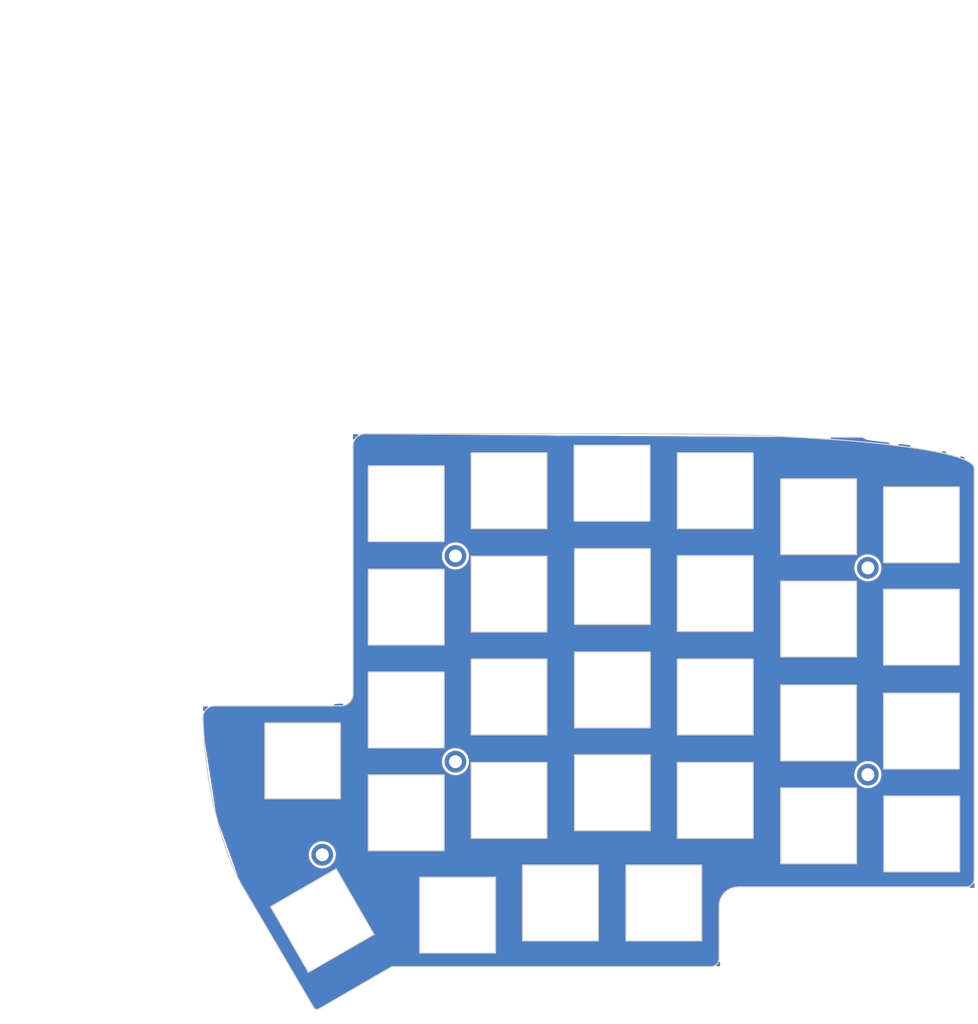
<source format=kicad_pcb>
(kicad_pcb (version 20240108) (generator "pcbnew") (generator_version "8.0")
  (layers (0 "F.Cu" signal) (31 "B.Cu" signal) (34 "B.Paste" user) (35 "F.Paste" user) (36 "B.SilkS" user "B.Silkscreen") (37 "F.SilkS" user "F.Silkscreen") (38 "B.Mask" user) (39 "F.Mask" user) (44 "Edge.Cuts" user))
  (net 0 "")
  (footprint "Lily58-footprint:M2_HOLE_PCB" (layer "F.Cu") (at 129.6 57.7)
    (property "Reference" "REF**" (hide yes))
    (property "Value" "M2_HOLE_PCB")
    (pad "" thru_hole circle (at 0 0) (size 4 4) (drill 2.4) (layers "*.Cu" "*.Mask"))
  )
  (footprint "Lily58-footprint:M2_HOLE_PCB" (layer "F.Cu") (at 205.8 59.9)
    (property "Reference" "REF**" (hide yes))
    (property "Value" "M2_HOLE_PCB")
    (pad "" thru_hole circle (at 0 0) (size 4 4) (drill 2.4) (layers "*.Cu" "*.Mask"))
  )
  (footprint "Lily58-footprint:M2_HOLE_PCB" (layer "F.Cu") (at 205.8 98.1)
    (property "Reference" "REF**" (hide yes))
    (property "Value" "M2_HOLE_PCB")
    (pad "" thru_hole circle (at 0 0) (size 4 4) (drill 2.4) (layers "*.Cu" "*.Mask"))
  )
  (footprint "Lily58-footprint:M2_HOLE_PCB" (layer "F.Cu") (at 129.6 95.7)
    (property "Reference" "REF**" (hide yes))
    (property "Value" "M2_HOLE_PCB")
    (pad "" thru_hole circle (at 0 0) (size 4 4) (drill 2.4) (layers "*.Cu" "*.Mask"))
  )
  (footprint "Lily58-footprint:M2_HOLE_PCB" (layer "F.Cu") (at 105 112.9)
    (property "Reference" "REF**" (hide yes))
    (property "Value" "M2_HOLE_PCB")
    (pad "" thru_hole circle (at 0 0) (size 4 4) (drill 2.4) (layers "*.Cu" "*.Mask"))
  )
  (gr_line (start 199.805571 36.219338) (end 197.443967 36.054257) (stroke (width 0.2)) (layer "Edge.Cuts"))
  (gr_line (start 110.507703 84.050253) (end 110.635773 83.637157) (stroke (width 0.2)) (layer "Edge.Cuts"))
  (gr_line (start 101.762522 138.311799) (end 103.444199 141.173326) (stroke (width 0.2)) (layer "Edge.Cuts"))
  (gr_line (start 83.898784 85.765395) (end 83.574355 86.032485) (stroke (width 0.2)) (layer "Edge.Cuts"))
  (gr_line (start 85.007376 104.155507) (end 85.298217 105.265772) (stroke (width 0.2)) (layer "Edge.Cuts"))
  (gr_line (start 117.861089 133.560508) (end 176.817264 133.560508) (stroke (width 0.2)) (layer "Edge.Cuts"))
  (gr_line (start 222.700108 83.050541) (end 222.700108 97.050562) (stroke (width 0.2)) (layer "Edge.Cuts"))
  (gr_line (start 132.500088 90.750611) (end 132.500088 76.75059) (stroke (width 0.2)) (layer "Edge.Cuts"))
  (gr_line (start 112.833147 136.469911) (end 114.508841 135.499772) (stroke (width 0.2)) (layer "Edge.Cuts"))
  (gr_line (start 178.388307 121.63276) (end 178.59209 120.975562) (stroke (width 0.2)) (layer "Edge.Cuts"))
  (gr_line (start 151.598813 108.448529) (end 151.598813 94.448508) (stroke (width 0.2)) (layer "Edge.Cuts"))
  (gr_line (start 225.340133 117.922737) (end 225.201917 118.177545) (stroke (width 0.2)) (layer "Edge.Cuts"))
  (gr_line (start 189.698731 62.349542) (end 203.698925 62.349542) (stroke (width 0.2)) (layer "Edge.Cuts"))
  (gr_line (start 132.499196 57.749611) (end 146.49939 57.749611) (stroke (width 0.2)) (layer "Edge.Cuts"))
  (gr_line (start 111.157452 137.44005) (end 112.833147 136.469911) (stroke (width 0.2)) (layer "Edge.Cuts"))
  (gr_line (start 89.692772 117.718169) (end 89.842011 117.999639) (stroke (width 0.2)) (layer "Edge.Cuts"))
  (gr_line (start 155.999226 114.798944) (end 155.999226 128.798965) (stroke (width 0.2)) (layer "Edge.Cuts"))
  (gr_line (start 195.006317 35.901446) (end 192.496266 35.761303) (stroke (width 0.2)) (layer "Edge.Cuts"))
  (gr_line (start 208.74869 102.049227) (end 222.748884 102.049227) (stroke (width 0.2)) (layer "Edge.Cuts"))
  (gr_line (start 122.998474 117.049379) (end 136.998669 117.049379) (stroke (width 0.2)) (layer "Edge.Cuts"))
  (gr_line (start 184.598166 57.649067) (end 184.598166 71.649088) (stroke (width 0.2)) (layer "Edge.Cuts"))
  (gr_line (start 96.717492 129.727218) (end 98.399169 132.588745) (stroke (width 0.2)) (layer "Edge.Cuts"))
  (gr_line (start 111.3243 35.779605) (end 111.055818 36.105136) (stroke (width 0.2)) (layer "Edge.Cuts"))
  (gr_line (start 89.842011 117.999639) (end 89.99125 118.28111) (stroke (width 0.2)) (layer "Edge.Cuts"))
  (gr_line (start 197.443967 36.054257) (end 195.006317 35.901446) (stroke (width 0.2)) (layer "Edge.Cuts"))
  (gr_line (start 222.69822 77.848175) (end 208.697755 77.848175) (stroke (width 0.2)) (layer "Edge.Cuts"))
  (gr_line (start 91.672462 121.142637) (end 93.354139 124.004164) (stroke (width 0.2)) (layer "Edge.Cuts"))
  (gr_line (start 220.887236 39.012696) (end 219.722329 38.731375) (stroke (width 0.2)) (layer "Edge.Cuts"))
  (gr_line (start 83.433777 94.603198) (end 83.620498 96.065389) (stroke (width 0.2)) (layer "Edge.Cuts"))
  (gr_line (start 203.699937 114.548326) (end 189.699743 114.548326) (stroke (width 0.2)) (layer "Edge.Cuts"))
  (gr_line (start 113.498895 41.049147) (end 127.499089 41.049147) (stroke (width 0.2)) (layer "Edge.Cuts"))
  (gr_line (start 111.649772 35.511076) (end 111.3243 35.779605) (stroke (width 0.2)) (layer "Edge.Cuts"))
  (gr_line (start 94.399278 102.549392) (end 94.399278 88.549371) (stroke (width 0.2)) (layer "Edge.Cuts"))
  (gr_line (start 203.698925 62.349542) (end 203.698925 76.349563) (stroke (width 0.2)) (layer "Edge.Cuts"))
  (gr_line (start 88.480816 115.138077) (end 88.709186 115.642364) (stroke (width 0.2)) (layer "Edge.Cuts"))
  (gr_line (start 189.699743 114.548326) (end 189.699743 100.548305) (stroke (width 0.2)) (layer "Edge.Cuts"))
  (gr_line (start 86.170742 108.596569) (end 86.469914 109.515254) (stroke (width 0.2)) (layer "Edge.Cuts"))
  (gr_line (start 136.998669 131.0494) (end 136.998669 131.0494) (stroke (width 0.2)) (layer "Edge.Cuts"))
  (gr_line (start 109.337416 85.220748) (end 109.711069 85.018031) (stroke (width 0.2)) (layer "Edge.Cuts"))
  (gr_line (start 94.399278 88.549371) (end 108.351468 88.549371) (stroke (width 0.2)) (layer "Edge.Cuts"))
  (gr_line (start 222.69822 58.949338) (end 208.697755 58.949338) (stroke (width 0.2)) (layer "Edge.Cuts"))
  (gr_line (start 89.394295 117.155227) (end 89.543534 117.436698) (stroke (width 0.2)) (layer "Edge.Cuts"))
  (gr_line (start 85.298217 105.265772) (end 85.589059 106.376038) (stroke (width 0.2)) (layer "Edge.Cuts"))
  (gr_line (start 87.367427 112.271308) (end 87.645775 112.988) (stroke (width 0.2)) (layer "Edge.Cuts"))
  (gr_line (start 127.499089 112.150571) (end 113.498895 112.150571) (stroke (width 0.2)) (layer "Edge.Cuts"))
  (gr_line (start 203.700067 57.449463) (end 189.699873 57.449463) (stroke (width 0.2)) (layer "Edge.Cuts"))
  (gr_line (start 146.49939 52.648874) (end 132.499196 52.648874) (stroke (width 0.2)) (layer "Edge.Cuts"))
  (gr_line (start 202.087487 36.396291) (end 199.805571 36.219338) (stroke (width 0.2)) (layer "Edge.Cuts"))
  (gr_line (start 222.748884 116.049248) (end 208.74869 116.049248) (stroke (width 0.2)) (layer "Edge.Cuts"))
  (gr_line (start 189.684858 95.549381) (end 189.684858 81.54936) (stroke (width 0.2)) (layer "Edge.Cuts"))
  (gr_line (start 114.508841 135.499772) (end 116.184535 134.529634) (stroke (width 0.2)) (layer "Edge.Cuts"))
  (gr_line (start 107.561744 115.486642) (end 114.561755 127.611016) (stroke (width 0.2)) (layer "Edge.Cuts"))
  (gr_line (start 208.699914 83.050541) (end 222.700108 83.050541) (stroke (width 0.2)) (layer "Edge.Cuts"))
  (gr_line (start 179.3418 119.86312) (end 179.859689 119.435914) (stroke (width 0.2)) (layer "Edge.Cuts"))
  (gr_line (start 165.600149 89.448314) (end 165.600149 89.448314) (stroke (width 0.2)) (layer "Edge.Cuts"))
  (gr_line (start 84.687607 85.437666) (end 84.272627 85.564361) (stroke (width 0.2)) (layer "Edge.Cuts"))
  (gr_line (start 127.499089 112.150571) (end 127.499089 112.150571) (stroke (width 0.2)) (layer "Edge.Cuts"))
  (gr_line (start 146.500282 76.75059) (end 146.500282 90.750611) (stroke (width 0.2)) (layer "Edge.Cuts"))
  (gr_line (start 85.589059 106.376038) (end 85.879901 107.486303) (stroke (width 0.2)) (layer "Edge.Cuts"))
  (gr_line (start 218.437661 38.457556) (end 217.036875 38.191634) (stroke (width 0.2)) (layer "Edge.Cuts"))
  (gr_line (start 178.286817 132.363004) (end 178.199481 132.64466) (stroke (width 0.2)) (layer "Edge.Cuts"))
  (gr_line (start 170.603903 52.648874) (end 170.603903 38.648853) (stroke (width 0.2)) (layer "Edge.Cuts"))
  (gr_line (start 112.880028 35.135611) (end 112.436447 35.180267) (stroke (width 0.2)) (layer "Edge.Cuts"))
  (gr_line (start 83.247055 93.141007) (end 83.433777 94.603198) (stroke (width 0.2)) (layer "Edge.Cuts"))
  (gr_line (start 179.859689 119.435914) (end 180.454242 119.11341) (stroke (width 0.2)) (layer "Edge.Cuts"))
  (gr_line (start 225.157677 40.835884) (end 224.787842 40.517904) (stroke (width 0.2)) (layer "Edge.Cuts"))
  (gr_line (start 225.382249 41.158584) (end 225.157677 40.835884) (stroke (width 0.2)) (layer "Edge.Cuts"))
  (gr_line (start 132.499196 71.749632) (end 132.499196 57.749611) (stroke (width 0.2)) (layer "Edge.Cuts"))
  (gr_line (start 110.635773 83.637157) (end 110.68042 83.193496) (stroke (width 0.2)) (layer "Edge.Cuts"))
  (gr_line (start 224.260412 118.808137) (end 223.957916 118.838584) (stroke (width 0.2)) (layer "Edge.Cuts"))
  (gr_line (start 108.351468 102.549392) (end 94.399278 102.549392) (stroke (width 0.2)) (layer "Edge.Cuts"))
  (gr_line (start 165.529285 51.259497) (end 165.529285 51.259497) (stroke (width 0.2)) (layer "Edge.Cuts"))
  (gr_line (start 83.106839 86.731697) (end 82.980305 87.147252) (stroke (width 0.2)) (layer "Edge.Cuts"))
  (gr_line (start 208.418675 36.994411) (end 206.397682 36.784225) (stroke (width 0.2)) (layer "Edge.Cuts"))
  (gr_line (start 222.69822 63.850249) (end 222.69822 77.848175) (stroke (width 0.2)) (layer "Edge.Cuts"))
  (gr_line (start 132.500088 76.75059) (end 146.500282 76.75059) (stroke (width 0.2)) (layer "Edge.Cuts"))
  (gr_line (start 95.035815 126.865691) (end 96.717492 129.727218) (stroke (width 0.2)) (layer "Edge.Cuts"))
  (gr_line (start 208.697755 44.948872) (end 222.69822 44.948872) (stroke (width 0.2)) (layer "Edge.Cuts"))
  (gr_line (start 111.055818 36.105136) (end 110.853137 36.478855) (stroke (width 0.2)) (layer "Edge.Cuts"))
  (gr_line (start 177.878177 133.121421) (end 177.656225 133.304509) (stroke (width 0.2)) (layer "Edge.Cuts"))
  (gr_line (start 109.481758 138.410189) (end 111.157452 137.44005) (stroke (width 0.2)) (layer "Edge.Cuts"))
  (gr_line (start 108.924394 85.34884) (end 109.337416 85.220748) (stroke (width 0.2)) (layer "Edge.Cuts"))
  (gr_line (start 224.787842 40.517904) (end 224.276387 40.20504) (stroke (width 0.2)) (layer "Edge.Cuts"))
  (gr_line (start 113.498895 98.15055) (end 127.499089 98.15055) (stroke (width 0.2)) (layer "Edge.Cuts"))
  (gr_line (start 173.204655 35.168364) (end 170.246534 35.143866) (stroke (width 0.2)) (layer "Edge.Cuts"))
  (gr_line (start 146.49939 52.648874) (end 146.49939 52.648874) (stroke (width 0.2)) (layer "Edge.Cuts"))
  (gr_line (start 113.499912 60.150456) (end 127.500106 60.150456) (stroke (width 0.2)) (layer "Edge.Cuts"))
  (gr_line (start 180.454242 119.11341) (end 181.11144 118.909627) (stroke (width 0.2)) (layer "Edge.Cuts"))
  (gr_line (start 170.600006 76.748342) (end 184.6002 76.748342) (stroke (width 0.2)) (layer "Edge.Cuts"))
  (gr_line (start 86.469914 109.515254) (end 86.769085 110.433938) (stroke (width 0.2)) (layer "Edge.Cuts"))
  (gr_line (start 189.699873 57.449463) (end 189.699873 43.449442) (stroke (width 0.2)) (layer "Edge.Cuts"))
  (gr_line (start 165.599007 94.448508) (end 165.599007 108.448529) (stroke (width 0.2)) (layer "Edge.Cuts"))
  (gr_line (start 165.600149 70.350095) (end 165.600149 70.350095) (stroke (width 0.2)) (layer "Edge.Cuts"))
  (gr_line (start 83.307614 86.357346) (end 83.106839 86.731697) (stroke (width 0.2)) (layer "Edge.Cuts"))
  (gr_line (start 146.500282 90.750611) (end 146.500282 90.750611) (stroke (width 0.2)) (layer "Edge.Cuts"))
  (gr_line (start 203.685052 81.54936) (end 203.685052 95.549381) (stroke (width 0.2)) (layer "Edge.Cuts"))
  (gr_line (start 85.135449 85.393594) (end 84.687607 85.437666) (stroke (width 0.2)) (layer "Edge.Cuts"))
  (gr_line (start 146.49939 38.648853) (end 146.49939 52.648874) (stroke (width 0.2)) (layer "Edge.Cuts"))
  (gr_line (start 203.698925 76.349563) (end 203.698925 76.349563) (stroke (width 0.2)) (layer "Edge.Cuts"))
  (gr_line (start 146.500282 109.849122) (end 132.500088 109.849122) (stroke (width 0.2)) (layer "Edge.Cuts"))
  (gr_line (start 146.500282 95.849101) (end 146.500282 109.849122) (stroke (width 0.2)) (layer "Edge.Cuts"))
  (gr_line (start 110.036541 84.749502) (end 110.305023 84.423972) (stroke (width 0.2)) (layer "Edge.Cuts"))
  (gr_line (start 165.600149 75.448293) (end 165.600149 89.448314) (stroke (width 0.2)) (layer "Edge.Cuts"))
  (gr_line (start 161.099535 114.8) (end 175.1 114.8) (stroke (width 0.2)) (layer "Edge.Cuts"))
  (gr_line (start 107.806063 139.380328) (end 109.481758 138.410189) (stroke (width 0.2)) (layer "Edge.Cuts"))
  (gr_line (start 127.499089 79.147625) (end 127.499089 93.147646) (stroke (width 0.2)) (layer "Edge.Cuts"))
  (gr_line (start 146.49939 57.749611) (end 146.49939 71.749632) (stroke (width 0.2)) (layer "Edge.Cuts"))
  (gr_line (start 132.499196 52.648874) (end 132.499196 38.648853) (stroke (width 0.2)) (layer "Edge.Cuts"))
  (gr_line (start 104.022958 141.472149) (end 104.146472 141.461525) (stroke (width 0.2)) (layer "Edge.Cuts"))
  (gr_line (start 110.853137 36.478855) (end 110.725068 36.89195) (stroke (width 0.2)) (layer "Edge.Cuts"))
  (gr_line (start 95.43722 122.486739) (end 107.561744 115.486642) (stroke (width 0.2)) (layer "Edge.Cuts"))
  (gr_line (start 151.599955 56.350074) (end 165.600149 56.350074) (stroke (width 0.2)) (layer "Edge.Cuts"))
  (gr_line (start 103.444199 141.173326) (end 103.539842 141.291766) (stroke (width 0.2)) (layer "Edge.Cuts"))
  (gr_line (start 102.437231 134.611113) (end 95.43722 122.486739) (stroke (width 0.2)) (layer "Edge.Cuts"))
  (gr_line (start 222.748884 116.049248) (end 222.748884 116.049248) (stroke (width 0.2)) (layer "Edge.Cuts"))
  (gr_line (start 151.599955 70.350095) (end 151.599955 56.350074) (stroke (width 0.2)) (layer "Edge.Cuts"))
  (gr_line (start 208.74869 116.049248) (end 208.74869 102.049227) (stroke (width 0.2)) (layer "Edge.Cuts"))
  (gr_line (start 108.351468 102.549392) (end 108.351468 102.549392) (stroke (width 0.2)) (layer "Edge.Cuts"))
  (gr_line (start 165.600149 89.448314) (end 151.599955 89.448314) (stroke (width 0.2)) (layer "Edge.Cuts"))
  (gr_line (start 208.699914 97.050562) (end 208.699914 83.050541) (stroke (width 0.2)) (layer "Edge.Cuts"))
  (gr_line (start 165.600149 70.350095) (end 151.599955 70.350095) (stroke (width 0.2)) (layer "Edge.Cuts"))
  (gr_line (start 225.457916 41.485605) (end 225.382249 41.158584) (stroke (width 0.2)) (layer "Edge.Cuts"))
  (gr_line (start 178.317264 122.338584) (end 178.388307 121.63276) (stroke (width 0.2)) (layer "Edge.Cuts"))
  (gr_line (start 83.574355 86.032485) (end 83.307614 86.357346) (stroke (width 0.2)) (layer "Edge.Cuts"))
  (gr_line (start 155.999226 128.798965) (end 155.999226 128.798965) (stroke (width 0.2)) (layer "Edge.Cuts"))
  (gr_line (start 127.499089 55.049168) (end 127.499089 55.049168) (stroke (width 0.2)) (layer "Edge.Cuts"))
  (gr_line (start 110.305023 84.423972) (end 110.507703 84.050253) (stroke (width 0.2)) (layer "Edge.Cuts"))
  (gr_line (start 222.748884 102.049227) (end 222.748884 116.049248) (stroke (width 0.2)) (layer "Edge.Cuts"))
  (gr_line (start 177.11976 133.530061) (end 176.817264 133.560508) (stroke (width 0.2)) (layer "Edge.Cuts"))
  (gr_line (start 203.700067 43.449442) (end 203.700067 57.449463) (stroke (width 0.2)) (layer "Edge.Cuts"))
  (gr_line (start 108.480812 85.393496) (end 108.924394 85.34884) (stroke (width 0.2)) (layer "Edge.Cuts"))
  (gr_line (start 114.561755 127.611016) (end 102.437231 134.611113) (stroke (width 0.2)) (layer "Edge.Cuts"))
  (gr_line (start 83.091669 90.368368) (end 83.169362 91.754688) (stroke (width 0.2)) (layer "Edge.Cuts"))
  (gr_line (start 161.099535 128.800465) (end 161.099535 124.372747) (stroke (width 0.2)) (layer "Edge.Cuts"))
  (gr_line (start 222.700108 97.050562) (end 222.700108 97.050562) (stroke (width 0.2)) (layer "Edge.Cuts"))
  (gr_line (start 132.500088 109.849122) (end 132.500088 95.849101) (stroke (width 0.2)) (layer "Edge.Cuts"))
  (gr_line (start 127.500106 60.150456) (end 127.500106 74.150477) (stroke (width 0.2)) (layer "Edge.Cuts"))
  (gr_line (start 87.645775 112.988) (end 87.924122 113.704692) (stroke (width 0.2)) (layer "Edge.Cuts"))
  (gr_line (start 110.725068 36.89195) (end 110.68042 37.335611) (stroke (width 0.2)) (layer "Edge.Cuts"))
  (gr_line (start 93.354139 124.004164) (end 95.035815 126.865691) (stroke (width 0.2)) (layer "Edge.Cuts"))
  (gr_line (start 225.457916 41.485605) (end 225.457916 117.338584) (stroke (width 0.2)) (layer "Edge.Cuts"))
  (gr_line (start 89.543534 117.436698) (end 89.692772 117.718169) (stroke (width 0.2)) (layer "Edge.Cuts"))
  (gr_line (start 108.351468 88.549371) (end 108.351468 102.549392) (stroke (width 0.2)) (layer "Edge.Cuts"))
  (gr_line (start 175.1 128.800465) (end 161.099535 128.800465) (stroke (width 0.2)) (layer "Edge.Cuts"))
  (gr_line (start 184.604097 52.648874) (end 184.604097 52.648874) (stroke (width 0.2)) (layer "Edge.Cuts"))
  (gr_line (start 83.993942 98.98977) (end 84.2473 100.281204) (stroke (width 0.2)) (layer "Edge.Cuts"))
  (gr_line (start 113.498895 79.147625) (end 127.499089 79.147625) (stroke (width 0.2)) (layer "Edge.Cuts"))
  (gr_line (start 127.499089 98.15055) (end 127.499089 112.150571) (stroke (width 0.2)) (layer "Edge.Cuts"))
  (gr_line (start 225.018829 118.399497) (end 224.796877 118.582586) (stroke (width 0.2)) (layer "Edge.Cuts"))
  (gr_line (start 170.603903 38.648853) (end 184.604097 38.648853) (stroke (width 0.2)) (layer "Edge.Cuts"))
  (gr_line (start 213.90152 37.685076) (end 212.174237 37.445233) (stroke (width 0.2)) (layer "Edge.Cuts"))
  (gr_line (start 146.500282 109.849122) (end 146.500282 109.849122) (stroke (width 0.2)) (layer "Edge.Cuts"))
  (gr_line (start 225.457916 117.338584) (end 225.427469 117.64108) (stroke (width 0.2)) (layer "Edge.Cuts"))
  (gr_line (start 87.068256 111.352623) (end 87.367427 112.271308) (stroke (width 0.2)) (layer "Edge.Cuts"))
  (gr_line (start 83.169362 91.754688) (end 83.247055 93.141007) (stroke (width 0.2)) (layer "Edge.Cuts"))
  (gr_line (start 189.699743 100.548305) (end 203.699937 100.548305) (stroke (width 0.2)) (layer "Edge.Cuts"))
  (gr_line (start 146.49939 71.749632) (end 132.499196 71.749632) (stroke (width 0.2)) (layer "Edge.Cuts"))
  (gr_line (start 212.174237 37.445233) (end 210.345407 37.214879) (stroke (width 0.2)) (layer "Edge.Cuts"))
  (gr_line (start 83.80722 97.527579) (end 83.993942 98.98977) (stroke (width 0.2)) (layer "Edge.Cuts"))
  (gr_line (start 89.165926 116.650939) (end 89.394295 117.155227) (stroke (width 0.2)) (layer "Edge.Cuts"))
  (gr_line (start 181.804897 35.335349) (end 178.987479 35.264503) (stroke (width 0.2)) (layer "Edge.Cuts"))
  (gr_line (start 136.998669 117.049379) (end 136.998669 131.0494) (stroke (width 0.2)) (layer "Edge.Cuts"))
  (gr_line (start 82.936283 87.59573) (end 83.013976 88.982049) (stroke (width 0.2)) (layer "Edge.Cuts"))
  (gr_line (start 189.699873 43.449442) (end 203.700067 43.449442) (stroke (width 0.2)) (layer "Edge.Cuts"))
  (gr_line (start 127.499089 41.049147) (end 127.499089 55.049168) (stroke (width 0.2)) (layer "Edge.Cuts"))
  (gr_line (start 112.023424 35.308359) (end 111.649772 35.511076) (stroke (width 0.2)) (layer "Edge.Cuts"))
  (gr_line (start 178.914594 120.381009) (end 179.3418 119.86312) (stroke (width 0.2)) (layer "Edge.Cuts"))
  (gr_line (start 151.529091 37.259475) (end 165.529285 37.259475) (stroke (width 0.2)) (layer "Edge.Cuts"))
  (gr_line (start 184.6002 90.748363) (end 170.600006 90.748363) (stroke (width 0.2)) (layer "Edge.Cuts"))
  (gr_line (start 178.317264 122.338584) (end 178.317264 132.082902) (stroke (width 0.2)) (layer "Edge.Cuts"))
  (gr_line (start 178.061265 132.899468) (end 177.878177 133.121421) (stroke (width 0.2)) (layer "Edge.Cuts"))
  (gr_line (start 221.928738 39.30112) (end 220.887236 39.012696) (stroke (width 0.2)) (layer "Edge.Cuts"))
  (gr_line (start 208.697755 63.850249) (end 222.69822 63.850249) (stroke (width 0.2)) (layer "Edge.Cuts"))
  (gr_line (start 116.184535 134.529634) (end 117.86023 133.559495) (stroke (width 0.2)) (layer "Edge.Cuts"))
  (gr_line (start 110.68042 83.193496) (end 110.68042 37.34925) (stroke (width 0.2)) (layer "Edge.Cuts"))
  (gr_line (start 224.276387 40.20504) (end 223.626956 39.897689) (stroke (width 0.2)) (layer "Edge.Cuts"))
  (gr_line (start 206.397682 36.784225) (end 204.286071 36.584719) (stroke (width 0.2)) (layer "Edge.Cuts"))
  (gr_line (start 104.454674 141.320606) (end 106.130369 140.350467) (stroke (width 0.2)) (layer "Edge.Cuts"))
  (gr_line (start 151.599955 75.448293) (end 165.600149 75.448293) (stroke (width 0.2)) (layer "Edge.Cuts"))
  (gr_line (start 170.246534 35.143866) (end 167.248797 35.135611) (stroke (width 0.2)) (layer "Edge.Cuts"))
  (gr_line (start 225.201917 118.177545) (end 225.018829 118.399497) (stroke (width 0.2)) (layer "Edge.Cuts"))
  (gr_line (start 165.600149 56.350074) (end 165.600149 70.350095) (stroke (width 0.2)) (layer "Edge.Cuts"))
  (gr_line (start 165.529285 37.259475) (end 165.529285 51.259497) (stroke (width 0.2)) (layer "Edge.Cuts"))
  (gr_line (start 184.604097 38.648853) (end 184.604097 52.648874) (stroke (width 0.2)) (layer "Edge.Cuts"))
  (gr_line (start 181.11144 118.909627) (end 181.817264 118.838584) (stroke (width 0.2)) (layer "Edge.Cuts"))
  (gr_line (start 103.539842 141.291766) (end 103.690268 141.386487) (stroke (width 0.2)) (layer "Edge.Cuts"))
  (gr_line (start 112.436447 35.180267) (end 112.023424 35.308359) (stroke (width 0.2)) (layer "Edge.Cuts"))
  (gr_line (start 184.604097 52.648874) (end 170.603903 52.648874) (stroke (width 0.2)) (layer "Edge.Cuts"))
  (gr_line (start 88.202469 114.421385) (end 88.480816 115.138077) (stroke (width 0.2)) (layer "Edge.Cuts"))
  (gr_line (start 104.146472 141.461525) (end 104.273955 141.420283) (stroke (width 0.2)) (layer "Edge.Cuts"))
  (gr_line (start 224.796877 118.582586) (end 224.542068 118.720802) (stroke (width 0.2)) (layer "Edge.Cuts"))
  (gr_line (start 178.59209 120.975562) (end 178.914594 120.381009) (stroke (width 0.2)) (layer "Edge.Cuts"))
  (gr_line (start 222.700108 97.050562) (end 208.699914 97.050562) (stroke (width 0.2)) (layer "Edge.Cuts"))
  (gr_line (start 84.500659 101.572639) (end 84.754017 102.864073) (stroke (width 0.2)) (layer "Edge.Cuts"))
  (gr_line (start 203.685052 95.549381) (end 203.685052 95.549381) (stroke (width 0.2)) (layer "Edge.Cuts"))
  (gr_line (start 203.698925 76.349563) (end 189.698731 76.349563) (stroke (width 0.2)) (layer "Edge.Cuts"))
  (gr_line (start 87.924122 113.704692) (end 88.202469 114.421385) (stroke (width 0.2)) (layer "Edge.Cuts"))
  (gr_line (start 100.080845 135.450272) (end 101.762522 138.311799) (stroke (width 0.2)) (layer "Edge.Cuts"))
  (gr_line (start 89.990785 118.28111) (end 91.672462 121.142637) (stroke (width 0.2)) (layer "Edge.Cuts"))
  (gr_line (start 165.599007 108.448529) (end 165.599007 108.448529) (stroke (width 0.2)) (layer "Edge.Cuts"))
  (gr_line (start 113.498895 55.049168) (end 113.498895 41.049147) (stroke (width 0.2)) (layer "Edge.Cuts"))
  (gr_line (start 146.500282 90.750611) (end 132.500088 90.750611) (stroke (width 0.2)) (layer "Edge.Cuts"))
  (gr_line (start 189.684858 81.54936) (end 203.685052 81.54936) (stroke (width 0.2)) (layer "Edge.Cuts"))
  (gr_line (start 225.427469 117.64108) (end 225.340133 117.922737) (stroke (width 0.2)) (layer "Edge.Cuts"))
  (gr_line (start 178.987479 35.264503) (end 176.119518 35.208709) (stroke (width 0.2)) (layer "Edge.Cuts"))
  (gr_line (start 170.597972 71.649088) (end 170.597972 57.649067) (stroke (width 0.2)) (layer "Edge.Cuts"))
  (gr_line (start 167.248797 35.135611) (end 112.880028 35.135611) (stroke (width 0.2)) (layer "Edge.Cuts"))
  (gr_line (start 113.499912 74.150477) (end 113.499912 60.150456) (stroke (width 0.2)) (layer "Edge.Cuts"))
  (gr_line (start 184.6002 76.748342) (end 184.6002 90.748363) (stroke (width 0.2)) (layer "Edge.Cuts"))
  (gr_line (start 85.135693 85.393398) (end 108.480785 85.393594) (stroke (width 0.2)) (layer "Edge.Cuts"))
  (gr_line (start 178.317264 132.060508) (end 178.286817 132.363004) (stroke (width 0.2)) (layer "Edge.Cuts"))
  (gr_line (start 178.199481 132.64466) (end 178.061265 132.899468) (stroke (width 0.2)) (layer "Edge.Cuts"))
  (gr_line (start 103.909017 141.470991) (end 104.022958 141.472149) (stroke (width 0.2)) (layer "Edge.Cuts"))
  (gr_line (start 109.711069 85.018031) (end 110.036541 84.749502) (stroke (width 0.2)) (layer "Edge.Cuts"))
  (gr_line (start 84.754017 102.864073) (end 85.007376 104.155507) (stroke (width 0.2)) (layer "Edge.Cuts"))
  (gr_line (start 203.699937 100.548305) (end 203.699937 114.548326) (stroke (width 0.2)) (layer "Edge.Cuts"))
  (gr_line (start 203.700067 57.449463) (end 203.700067 57.449463) (stroke (width 0.2)) (layer "Edge.Cuts"))
  (gr_line (start 151.529091 51.259497) (end 151.529091 37.259475) (stroke (width 0.2)) (layer "Edge.Cuts"))
  (gr_line (start 223.626956 39.897689) (end 222.843192 39.596251) (stroke (width 0.2)) (layer "Edge.Cuts"))
  (gr_line (start 161.099535 124.372747) (end 161.099535 114.8) (stroke (width 0.2)) (layer "Edge.Cuts"))
  (gr_line (start 85.879901 107.486303) (end 86.170742 108.596569) (stroke (width 0.2)) (layer "Edge.Cuts"))
  (gr_line (start 83.013976 88.982049) (end 83.091669 90.368368) (stroke (width 0.2)) (layer "Edge.Cuts"))
  (gr_line (start 141.999031 128.798965) (end 141.999031 114.798944) (stroke (width 0.2)) (layer "Edge.Cuts"))
  (gr_line (start 113.498895 112.150571) (end 113.498895 98.15055) (stroke (width 0.2)) (layer "Edge.Cuts"))
  (gr_line (start 104.273955 141.420283) (end 104.454674 141.320606) (stroke (width 0.2)) (layer "Edge.Cuts"))
  (gr_line (start 151.599955 89.448314) (end 151.599955 75.448293) (stroke (width 0.2)) (layer "Edge.Cuts"))
  (gr_line (start 222.69822 44.948872) (end 222.69822 58.949338) (stroke (width 0.2)) (layer "Edge.Cuts"))
  (gr_line (start 155.999226 128.798965) (end 141.999031 128.798965) (stroke (width 0.2)) (layer "Edge.Cuts"))
  (gr_line (start 170.599242 109.849336) (end 170.599242 95.849315) (stroke (width 0.2)) (layer "Edge.Cuts"))
  (gr_line (start 184.599436 109.849336) (end 184.599436 109.849336) (stroke (width 0.2)) (layer "Edge.Cuts"))
  (gr_line (start 215.523614 37.934008) (end 213.90152 37.685076) (stroke (width 0.2)) (layer "Edge.Cuts"))
  (gr_line (start 177.401416 133.442725) (end 177.11976 133.530061) (stroke (width 0.2)) (layer "Edge.Cuts"))
  (gr_line (start 127.500106 74.150477) (end 113.499912 74.150477) (stroke (width 0.2)) (layer "Edge.Cuts"))
  (gr_line (start 208.697755 77.848175) (end 208.697755 63.850249) (stroke (width 0.2)) (layer "Edge.Cuts"))
  (gr_line (start 165.599007 108.448529) (end 151.598813 108.448529) (stroke (width 0.2)) (layer "Edge.Cuts"))
  (gr_line (start 203.699937 114.548326) (end 203.699937 114.548326) (stroke (width 0.2)) (layer "Edge.Cuts"))
  (gr_line (start 127.499089 93.147646) (end 127.499089 93.147646) (stroke (width 0.2)) (layer "Edge.Cuts"))
  (gr_line (start 177.656225 133.304509) (end 177.401416 133.442725) (stroke (width 0.2)) (layer "Edge.Cuts"))
  (gr_line (start 175.1 114.8) (end 175.1 128.800465) (stroke (width 0.2)) (layer "Edge.Cuts"))
  (gr_line (start 82.980305 87.147252) (end 82.936288 87.59573) (stroke (width 0.2)) (layer "Edge.Cuts"))
  (gr_line (start 189.917455 35.634224) (end 187.273528 35.520607) (stroke (width 0.2)) (layer "Edge.Cuts"))
  (gr_line (start 84.2473 100.281204) (end 84.500659 101.572639) (stroke (width 0.2)) (layer "Edge.Cuts"))
  (gr_line (start 208.697755 58.949338) (end 208.697755 44.948872) (stroke (width 0.2)) (layer "Edge.Cuts"))
  (gr_line (start 224.542068 118.720802) (end 224.260412 118.808137) (stroke (width 0.2)) (layer "Edge.Cuts"))
  (gr_line (start 88.709186 115.642364) (end 88.937556 116.146652) (stroke (width 0.2)) (layer "Edge.Cuts"))
  (gr_line (start 184.598166 71.649088) (end 170.597972 71.649088) (stroke (width 0.2)) (layer "Edge.Cuts"))
  (gr_line (start 127.499089 55.049168) (end 113.498895 55.049168) (stroke (width 0.2)) (layer "Edge.Cuts"))
  (gr_line (start 210.345407 37.214879) (end 208.418675 36.994411) (stroke (width 0.2)) (layer "Edge.Cuts"))
  (gr_line (start 127.500106 74.150477) (end 127.500106 74.150477) (stroke (width 0.2)) (layer "Edge.Cuts"))
  (gr_line (start 189.698731 76.349563) (end 189.698731 62.349542) (stroke (width 0.2)) (layer "Edge.Cuts"))
  (gr_line (start 88.937556 116.146652) (end 89.165926 116.650939) (stroke (width 0.2)) (layer "Edge.Cuts"))
  (gr_line (start 151.598813 94.448508) (end 165.599007 94.448508) (stroke (width 0.2)) (layer "Edge.Cuts"))
  (gr_line (start 136.998669 131.0494) (end 122.998474 131.0494) (stroke (width 0.2)) (layer "Edge.Cuts"))
  (gr_line (start 103.690268 141.386487) (end 103.801432 141.437539) (stroke (width 0.2)) (layer "Edge.Cuts"))
  (gr_line (start 184.598166 71.649088) (end 184.598166 71.649088) (stroke (width 0.2)) (layer "Edge.Cuts"))
  (gr_line (start 217.036875 38.191634) (end 215.523614 37.934008) (stroke (width 0.2)) (layer "Edge.Cuts"))
  (gr_line (start 187.273528 35.520607) (end 184.568127 35.42085) (stroke (width 0.2)) (layer "Edge.Cuts"))
  (gr_line (start 127.499089 93.147646) (end 113.498895 93.147646) (stroke (width 0.2)) (layer "Edge.Cuts"))
  (gr_line (start 113.498895 93.147646) (end 113.498895 79.147625) (stroke (width 0.2)) (layer "Edge.Cuts"))
  (gr_line (start 165.529285 51.259497) (end 151.529091 51.259497) (stroke (width 0.2)) (layer "Edge.Cuts"))
  (gr_line (start 184.599436 109.849336) (end 170.599242 109.849336) (stroke (width 0.2)) (layer "Edge.Cuts"))
  (gr_line (start 170.599242 95.849315) (end 184.599436 95.849315) (stroke (width 0.2)) (layer "Edge.Cuts"))
  (gr_line (start 219.722329 38.731375) (end 218.437661 38.457556) (stroke (width 0.2)) (layer "Edge.Cuts"))
  (gr_line (start 122.998474 131.0494) (end 122.998474 117.049379) (stroke (width 0.2)) (layer "Edge.Cuts"))
  (gr_line (start 106.130369 140.350467) (end 107.806063 139.380328) (stroke (width 0.2)) (layer "Edge.Cuts"))
  (gr_line (start 184.568127 35.42085) (end 181.804897 35.335349) (stroke (width 0.2)) (layer "Edge.Cuts"))
  (gr_line (start 114.561755 127.611016) (end 114.561755 127.611016) (stroke (width 0.2)) (layer "Edge.Cuts"))
  (gr_line (start 170.597972 57.649067) (end 184.598166 57.649067) (stroke (width 0.2)) (layer "Edge.Cuts"))
  (gr_line (start 146.49939 71.749632) (end 146.49939 71.749632) (stroke (width 0.2)) (layer "Edge.Cuts"))
  (gr_line (start 203.685052 95.549381) (end 189.684858 95.549381) (stroke (width 0.2)) (layer "Edge.Cuts"))
  (gr_line (start 103.801432 141.437539) (end 103.909017 141.470991) (stroke (width 0.2)) (layer "Edge.Cuts"))
  (gr_line (start 170.600006 90.748363) (end 170.600006 76.748342) (stroke (width 0.2)) (layer "Edge.Cuts"))
  (gr_line (start 132.499196 38.648853) (end 146.49939 38.648853) (stroke (width 0.2)) (layer "Edge.Cuts"))
  (gr_line (start 84.272627 85.564361) (end 83.898784 85.765395) (stroke (width 0.2)) (layer "Edge.Cuts"))
  (gr_line (start 181.817264 118.838584) (end 223.957916 118.838584) (stroke (width 0.2)) (layer "Edge.Cuts"))
  (gr_line (start 141.999031 114.798944) (end 155.999226 114.798944) (stroke (width 0.2)) (layer "Edge.Cuts"))
  (gr_line (start 98.399169 132.588745) (end 100.080845 135.450272) (stroke (width 0.2)) (layer "Edge.Cuts"))
  (gr_line (start 132.500088 95.849101) (end 146.500282 95.849101) (stroke (width 0.2)) (layer "Edge.Cuts"))
  (gr_line (start 192.496266 35.761303) (end 189.917455 35.634224) (stroke (width 0.2)) (layer "Edge.Cuts"))
  (gr_line (start 204.286071 36.584719) (end 202.087487 36.396291) (stroke (width 0.2)) (layer "Edge.Cuts"))
  (gr_line (start 86.769085 110.433938) (end 87.068256 111.352623) (stroke (width 0.2)) (layer "Edge.Cuts"))
  (gr_line (start 176.119518 35.208709) (end 173.204655 35.168364) (stroke (width 0.2)) (layer "Edge.Cuts"))
  (gr_line (start 222.843192 39.596251) (end 221.928738 39.30112) (stroke (width 0.2)) (layer "Edge.Cuts"))
  (gr_line (start 83.620498 96.065389) (end 83.80722 97.527579) (stroke (width 0.2)) (layer "Edge.Cuts"))
  (gr_line (start 184.6002 90.748363) (end 184.6002 90.748363) (stroke (width 0.2)) (layer "Edge.Cuts"))
  (gr_line (start 184.599436 95.849315) (end 184.599436 109.849336) (stroke (width 0.2)) (layer "Edge.Cuts"))
  (zone (net 0) (net_name "") (layer "F.Cu") (connect_pads (clearance 0.508)) (min_thickness 0.254) (fill yes (thermal_gap 0.508) (thermal_bridge_width 0.508))
    (polygon (pts (xy 110.7 35.2) (xy 225.5 36) (xy 225.5 119) (xy 180.5 119) (xy 178.5 121) (xy 178.5 133.5) (xy 118 133.5) (xy 104 141.5) (xy 103.5 141.5) (xy 90 118.5) (xy 85.5 106) (xy 83 90) (xy 83 85.5) (xy 109.5 85) (xy 110.5 83.5)))
  )
  (zone (net 0) (net_name "") (layers "F&B.Cu") (connect_pads (clearance 0)) (min_thickness 0.254)
    (keepout (tracks not_allowed) (vias not_allowed) (pads allowed) (copperpour not_allowed) (footprints allowed))
    (fill (thermal_gap 0.508) (thermal_bridge_width 0.508))
    (polygon (pts (xy 170.6 95.8) (xy 184.6 95.8) (xy 184.6 109.9) (xy 170.6 109.9)))
  )
  (zone (net 0) (net_name "") (layers "F&B.Cu") (connect_pads (clearance 0)) (min_thickness 0.254)
    (keepout (tracks not_allowed) (vias not_allowed) (pads allowed) (copperpour not_allowed) (footprints allowed))
    (fill (thermal_gap 0.508) (thermal_bridge_width 0.508))
    (polygon (pts (xy 189.7 100.5) (xy 203.7 100.5) (xy 203.7 114.6) (xy 189.7 114.6)))
  )
  (zone (net 0) (net_name "") (layers "F&B.Cu") (connect_pads (clearance 0)) (min_thickness 0.254)
    (keepout (tracks not_allowed) (vias not_allowed) (pads allowed) (copperpour not_allowed) (footprints allowed))
    (fill (thermal_gap 0.508) (thermal_bridge_width 0.508))
    (polygon (pts (xy 170.6 76.7) (xy 184.6 76.7) (xy 184.6 90.8) (xy 170.6 90.8)))
  )
  (zone (net 0) (net_name "") (layers "F&B.Cu") (connect_pads (clearance 0)) (min_thickness 0.254)
    (keepout (tracks not_allowed) (vias not_allowed) (pads allowed) (copperpour not_allowed) (footprints allowed))
    (fill (thermal_gap 0.508) (thermal_bridge_width 0.508))
    (polygon (pts (xy 208.7 44.9) (xy 222.7 44.9) (xy 222.7 59) (xy 208.7 59)))
  )
  (zone (net 0) (net_name "") (layers "F&B.Cu") (connect_pads (clearance 0)) (min_thickness 0.254)
    (keepout (tracks not_allowed) (vias not_allowed) (pads allowed) (copperpour not_allowed) (footprints allowed))
    (fill (thermal_gap 0.508) (thermal_bridge_width 0.508))
    (polygon (pts (xy 170.6 57.6) (xy 184.5 57.6) (xy 184.6 57.6) (xy 184.6 71.7) (xy 170.6 71.7)))
  )
  (zone (net 0) (net_name "") (layers "F&B.Cu") (connect_pads (clearance 0)) (min_thickness 0.254)
    (keepout (tracks not_allowed) (vias not_allowed) (pads allowed) (copperpour not_allowed) (footprints allowed))
    (fill (thermal_gap 0.508) (thermal_bridge_width 0.508))
    (polygon (pts (xy 170.6 38.6) (xy 184.6 38.6) (xy 184.6 52.7) (xy 170.6 52.7)))
  )
  (zone (net 0) (net_name "") (layers "F&B.Cu") (connect_pads (clearance 0)) (min_thickness 0.254)
    (keepout (tracks not_allowed) (vias not_allowed) (pads allowed) (copperpour not_allowed) (footprints allowed))
    (fill (thermal_gap 0.508) (thermal_bridge_width 0.508))
    (polygon (pts (xy 132.5 38.6) (xy 146.5 38.6) (xy 146.5 52.7) (xy 132.5 52.7)))
  )
  (zone (net 0) (net_name "") (layers "F&B.Cu") (connect_pads (clearance 0)) (min_thickness 0.254)
    (keepout (tracks not_allowed) (vias not_allowed) (pads allowed) (copperpour not_allowed) (footprints allowed))
    (fill (thermal_gap 0.508) (thermal_bridge_width 0.508))
    (polygon (pts (xy 142 114.8) (xy 156 114.8) (xy 156 128.8) (xy 142 128.8)))
  )
  (zone (net 0) (net_name "") (layers "F&B.Cu") (connect_pads (clearance 0)) (min_thickness 0.254)
    (keepout (tracks not_allowed) (vias not_allowed) (pads allowed) (copperpour not_allowed) (footprints allowed))
    (fill (thermal_gap 0.508) (thermal_bridge_width 0.508))
    (polygon (pts (xy 189.7 81.5) (xy 203.7 81.5) (xy 203.7 95.6) (xy 189.7 95.6)))
  )
  (zone (net 0) (net_name "") (layers "F&B.Cu") (connect_pads (clearance 0)) (min_thickness 0.254)
    (keepout (tracks not_allowed) (vias not_allowed) (pads allowed) (copperpour not_allowed) (footprints allowed))
    (fill (thermal_gap 0.508) (thermal_bridge_width 0.508))
    (polygon (pts (xy 204.7 35.8) (xy 225.5 36) (xy 225.5 40.6) (xy 223.4 39.4) (xy 219.9 38.4) (xy 213.1 37.2) (xy 205.7 36.3)))
  )
  (zone (net 0) (net_name "") (layers "F&B.Cu") (connect_pads (clearance 0)) (min_thickness 0.254)
    (keepout (tracks not_allowed) (vias not_allowed) (pads allowed) (copperpour not_allowed) (footprints allowed))
    (fill (thermal_gap 0.508) (thermal_bridge_width 0.508))
    (polygon (pts (xy 113.5 41) (xy 127.5 41) (xy 127.5 55.1) (xy 113.5 55.1)))
  )
  (zone (net 0) (net_name "") (layers "F&B.Cu") (connect_pads (clearance 0)) (min_thickness 0.254)
    (keepout (tracks not_allowed) (vias not_allowed) (pads allowed) (copperpour not_allowed) (footprints allowed))
    (fill (thermal_gap 0.508) (thermal_bridge_width 0.508))
    (polygon (pts (xy 151.5 37.2) (xy 165.5 37.2) (xy 165.5 51.2) (xy 165.5 51.3) (xy 151.5 51.3)))
  )
  (zone (net 0) (net_name "") (layers "F&B.Cu") (connect_pads (clearance 0)) (min_thickness 0.254)
    (keepout (tracks not_allowed) (vias not_allowed) (pads allowed) (copperpour not_allowed) (footprints allowed))
    (fill (thermal_gap 0.508) (thermal_bridge_width 0.508))
    (polygon (pts (xy 94.4 88.5) (xy 108.4 88.5) (xy 108.4 102.6) (xy 94.4 102.6)))
  )
  (zone (net 0) (net_name "") (layers "F&B.Cu") (connect_pads (clearance 0)) (min_thickness 0.254)
    (keepout (tracks not_allowed) (vias not_allowed) (pads allowed) (copperpour not_allowed) (footprints allowed))
    (fill (thermal_gap 0.508) (thermal_bridge_width 0.508))
    (polygon (pts (xy 123 117) (xy 137 117) (xy 137 131.1) (xy 123 131.1)))
  )
  (zone (net 0) (net_name "") (layers "F&B.Cu") (connect_pads (clearance 0)) (min_thickness 0.254)
    (keepout (tracks not_allowed) (vias not_allowed) (pads allowed) (copperpour not_allowed) (footprints allowed))
    (fill (thermal_gap 0.508) (thermal_bridge_width 0.508))
    (polygon (pts (xy 175.1 114.8) (xy 161.1 114.8) (xy 161.1 128.8) (xy 175.1 128.8)))
  )
  (zone (net 0) (net_name "") (layers "F&B.Cu") (connect_pads (clearance 0)) (min_thickness 0.254)
    (keepout (tracks not_allowed) (vias not_allowed) (pads allowed) (copperpour not_allowed) (footprints allowed))
    (fill (thermal_gap 0.508) (thermal_bridge_width 0.508))
    (polygon (pts (xy 151.6 56.3) (xy 165.6 56.3) (xy 165.6 70.4) (xy 151.6 70.4)))
  )
  (zone (net 0) (net_name "") (layers "F&B.Cu") (connect_pads (clearance 0)) (min_thickness 0.254)
    (keepout (tracks not_allowed) (vias not_allowed) (pads allowed) (copperpour not_allowed) (footprints allowed))
    (fill (thermal_gap 0.508) (thermal_bridge_width 0.508))
    (polygon (pts (xy 132.5 76.7) (xy 146.5 76.7) (xy 146.5 90.8) (xy 132.5 90.8)))
  )
  (zone (net 0) (net_name "") (layers "F&B.Cu") (connect_pads (clearance 0)) (min_thickness 0.254)
    (keepout (tracks not_allowed) (vias not_allowed) (pads allowed) (copperpour not_allowed) (footprints allowed))
    (fill (thermal_gap 0.508) (thermal_bridge_width 0.508))
    (polygon (pts (xy 113.5 60.1) (xy 127.5 60.1) (xy 127.5 74.2) (xy 113.5 74.2)))
  )
  (zone (net 0) (net_name "") (layers "F&B.Cu") (connect_pads (clearance 0)) (min_thickness 0.254)
    (keepout (tracks not_allowed) (vias not_allowed) (pads allowed) (copperpour not_allowed) (footprints allowed))
    (fill (thermal_gap 0.508) (thermal_bridge_width 0.508))
    (polygon (pts (xy 132.5 57.7) (xy 146.5 57.7) (xy 146.5 71.7) (xy 132.5 71.7)))
  )
  (zone (net 0) (net_name "") (layers "F&B.Cu") (connect_pads (clearance 0)) (min_thickness 0.254)
    (keepout (tracks not_allowed) (vias not_allowed) (pads allowed) (copperpour not_allowed) (footprints allowed))
    (fill (thermal_gap 0.508) (thermal_bridge_width 0.508))
    (polygon (pts (xy 189.7 43.4) (xy 203.7 43.4) (xy 203.7 57.5) (xy 189.7 57.5)))
  )
  (zone (net 0) (net_name "") (layers "F&B.Cu") (connect_pads (clearance 0)) (min_thickness 0.254)
    (keepout (tracks not_allowed) (vias not_allowed) (pads allowed) (copperpour not_allowed) (footprints allowed))
    (fill (thermal_gap 0.508) (thermal_bridge_width 0.508))
    (polygon (pts (xy 132.5 95.8) (xy 146.5 95.8) (xy 146.5 109.9) (xy 132.5 109.9)))
  )
  (zone (net 0) (net_name "") (layers "F&B.Cu") (connect_pads (clearance 0)) (min_thickness 0.254)
    (keepout (tracks not_allowed) (vias not_allowed) (pads allowed) (copperpour not_allowed) (footprints allowed))
    (fill (thermal_gap 0.508) (thermal_bridge_width 0.508))
    (polygon (pts (xy 113.5 98.1) (xy 127.5 98.1) (xy 127.5 112.2) (xy 113.5 112.2) (xy 113.5 98.2)))
  )
  (zone (net 0) (net_name "") (layers "F&B.Cu") (connect_pads (clearance 0)) (min_thickness 0.254)
    (keepout (tracks not_allowed) (vias not_allowed) (pads allowed) (copperpour not_allowed) (footprints allowed))
    (fill (thermal_gap 0.508) (thermal_bridge_width 0.508))
    (polygon (pts (xy 95.5 122.5) (xy 107.6 115.5) (xy 114.6 127.6) (xy 102.4 134.6)))
  )
  (zone (net 0) (net_name "") (layers "F&B.Cu") (connect_pads (clearance 0)) (min_thickness 0.254)
    (keepout (tracks not_allowed) (vias not_allowed) (pads allowed) (copperpour not_allowed) (footprints allowed))
    (fill (thermal_gap 0.508) (thermal_bridge_width 0.508))
    (polygon (pts (xy 151.6 94.4) (xy 165.6 94.4) (xy 165.6 108.5) (xy 151.6 108.5)))
  )
  (zone (net 0) (net_name "") (layers "F&B.Cu") (connect_pads (clearance 0)) (min_thickness 0.254)
    (keepout (tracks not_allowed) (vias not_allowed) (pads allowed) (copperpour not_allowed) (footprints allowed))
    (fill (thermal_gap 0.508) (thermal_bridge_width 0.508))
    (polygon (pts (xy 189.7 62.3) (xy 203.7 62.3) (xy 203.7 76.4) (xy 189.7 76.4)))
  )
  (zone (net 0) (net_name "") (layers "F&B.Cu") (connect_pads (clearance 0)) (min_thickness 0.254)
    (keepout (tracks not_allowed) (vias not_allowed) (pads allowed) (copperpour not_allowed) (footprints allowed))
    (fill (thermal_gap 0.508) (thermal_bridge_width 0.508))
    (polygon (pts (xy 208.7 63.8) (xy 222.7 63.8) (xy 222.7 77.9) (xy 208.7 77.9)))
  )
  (zone (net 0) (net_name "") (layers "F&B.Cu") (connect_pads (clearance 0)) (min_thickness 0.254)
    (keepout (tracks not_allowed) (vias not_allowed) (pads allowed) (copperpour not_allowed) (footprints allowed))
    (fill (thermal_gap 0.508) (thermal_bridge_width 0.508))
    (polygon (pts (xy 113.5 79.2) (xy 127.5 79.1) (xy 127.5 93.2) (xy 113.5 93.2)))
  )
  (zone (net 0) (net_name "") (layers "F&B.Cu") (connect_pads (clearance 0)) (min_thickness 0.254)
    (keepout (tracks not_allowed) (vias not_allowed) (pads allowed) (copperpour not_allowed) (footprints allowed))
    (fill (thermal_gap 0.508) (thermal_bridge_width 0.508))
    (polygon (pts (xy 208.7 83) (xy 222.7 83) (xy 222.7 97.1) (xy 208.7 97.1)))
  )
  (zone (net 0) (net_name "") (layers "F&B.Cu") (connect_pads (clearance 0)) (min_thickness 0.254)
    (keepout (tracks not_allowed) (vias not_allowed) (pads allowed) (copperpour not_allowed) (footprints allowed))
    (fill (thermal_gap 0.508) (thermal_bridge_width 0.508))
    (polygon (pts (xy 151.6 75.4) (xy 165.6 75.4) (xy 165.6 89.5) (xy 151.6 89.5)))
  )
  (zone (net 0) (net_name "") (layers "F&B.Cu") (connect_pads (clearance 0)) (min_thickness 0.254)
    (keepout (tracks not_allowed) (vias not_allowed) (pads allowed) (copperpour not_allowed) (footprints allowed))
    (fill (thermal_gap 0.508) (thermal_bridge_width 0.508))
    (polygon (pts (xy 208.7 102) (xy 222.8 102) (xy 222.8 116.1) (xy 208.8 116.1) (xy 208.7 116.1)))
  )
  (zone (net 0) (net_name "") (layer "B.Cu") (connect_pads (clearance 0.508)) (min_thickness 0.254) (fill yes (thermal_gap 0.508) (thermal_bridge_width 0.508))
    (polygon (pts (xy 110.7 35.2) (xy 225.500001 36) (xy 225.500001 119) (xy 180.500001 119) (xy 178.500001 121) (xy 178.500001 133.5) (xy 118.000001 133.5) (xy 104.000001 141.5) (xy 103.500001 141.5) (xy 90.000001 118.5) (xy 85.500001 106) (xy 83.000001 90) (xy 83.000001 85.5) (xy 109.500001 85) (xy 110.500001 83.5)))
  )
)
</source>
